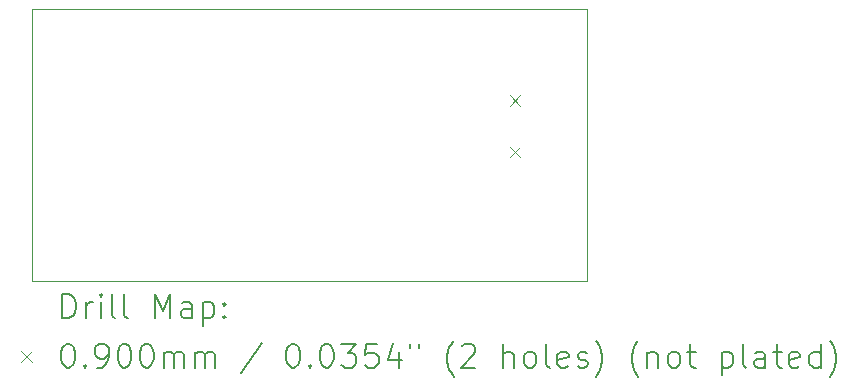
<source format=gbr>
%TF.GenerationSoftware,KiCad,Pcbnew,8.0.6*%
%TF.CreationDate,2025-02-16T10:37:55+01:00*%
%TF.ProjectId,USBTempLogger,55534254-656d-4704-9c6f-676765722e6b,rev?*%
%TF.SameCoordinates,Original*%
%TF.FileFunction,Drillmap*%
%TF.FilePolarity,Positive*%
%FSLAX45Y45*%
G04 Gerber Fmt 4.5, Leading zero omitted, Abs format (unit mm)*
G04 Created by KiCad (PCBNEW 8.0.6) date 2025-02-16 10:37:55*
%MOMM*%
%LPD*%
G01*
G04 APERTURE LIST*
%ADD10C,0.050000*%
%ADD11C,0.200000*%
%ADD12C,0.100000*%
G04 APERTURE END LIST*
D10*
X13700000Y-8500000D02*
X18400000Y-8500000D01*
X18400000Y-10800000D01*
X13700000Y-10800000D01*
X13700000Y-8500000D01*
D11*
D12*
X17745000Y-9225000D02*
X17835000Y-9315000D01*
X17835000Y-9225000D02*
X17745000Y-9315000D01*
X17745000Y-9665000D02*
X17835000Y-9755000D01*
X17835000Y-9665000D02*
X17745000Y-9755000D01*
D11*
X13958277Y-11113984D02*
X13958277Y-10913984D01*
X13958277Y-10913984D02*
X14005896Y-10913984D01*
X14005896Y-10913984D02*
X14034467Y-10923508D01*
X14034467Y-10923508D02*
X14053515Y-10942555D01*
X14053515Y-10942555D02*
X14063039Y-10961603D01*
X14063039Y-10961603D02*
X14072562Y-10999698D01*
X14072562Y-10999698D02*
X14072562Y-11028270D01*
X14072562Y-11028270D02*
X14063039Y-11066365D01*
X14063039Y-11066365D02*
X14053515Y-11085412D01*
X14053515Y-11085412D02*
X14034467Y-11104460D01*
X14034467Y-11104460D02*
X14005896Y-11113984D01*
X14005896Y-11113984D02*
X13958277Y-11113984D01*
X14158277Y-11113984D02*
X14158277Y-10980650D01*
X14158277Y-11018746D02*
X14167801Y-10999698D01*
X14167801Y-10999698D02*
X14177324Y-10990174D01*
X14177324Y-10990174D02*
X14196372Y-10980650D01*
X14196372Y-10980650D02*
X14215420Y-10980650D01*
X14282086Y-11113984D02*
X14282086Y-10980650D01*
X14282086Y-10913984D02*
X14272562Y-10923508D01*
X14272562Y-10923508D02*
X14282086Y-10933031D01*
X14282086Y-10933031D02*
X14291610Y-10923508D01*
X14291610Y-10923508D02*
X14282086Y-10913984D01*
X14282086Y-10913984D02*
X14282086Y-10933031D01*
X14405896Y-11113984D02*
X14386848Y-11104460D01*
X14386848Y-11104460D02*
X14377324Y-11085412D01*
X14377324Y-11085412D02*
X14377324Y-10913984D01*
X14510658Y-11113984D02*
X14491610Y-11104460D01*
X14491610Y-11104460D02*
X14482086Y-11085412D01*
X14482086Y-11085412D02*
X14482086Y-10913984D01*
X14739229Y-11113984D02*
X14739229Y-10913984D01*
X14739229Y-10913984D02*
X14805896Y-11056841D01*
X14805896Y-11056841D02*
X14872562Y-10913984D01*
X14872562Y-10913984D02*
X14872562Y-11113984D01*
X15053515Y-11113984D02*
X15053515Y-11009222D01*
X15053515Y-11009222D02*
X15043991Y-10990174D01*
X15043991Y-10990174D02*
X15024943Y-10980650D01*
X15024943Y-10980650D02*
X14986848Y-10980650D01*
X14986848Y-10980650D02*
X14967801Y-10990174D01*
X15053515Y-11104460D02*
X15034467Y-11113984D01*
X15034467Y-11113984D02*
X14986848Y-11113984D01*
X14986848Y-11113984D02*
X14967801Y-11104460D01*
X14967801Y-11104460D02*
X14958277Y-11085412D01*
X14958277Y-11085412D02*
X14958277Y-11066365D01*
X14958277Y-11066365D02*
X14967801Y-11047317D01*
X14967801Y-11047317D02*
X14986848Y-11037793D01*
X14986848Y-11037793D02*
X15034467Y-11037793D01*
X15034467Y-11037793D02*
X15053515Y-11028270D01*
X15148753Y-10980650D02*
X15148753Y-11180650D01*
X15148753Y-10990174D02*
X15167801Y-10980650D01*
X15167801Y-10980650D02*
X15205896Y-10980650D01*
X15205896Y-10980650D02*
X15224943Y-10990174D01*
X15224943Y-10990174D02*
X15234467Y-10999698D01*
X15234467Y-10999698D02*
X15243991Y-11018746D01*
X15243991Y-11018746D02*
X15243991Y-11075889D01*
X15243991Y-11075889D02*
X15234467Y-11094936D01*
X15234467Y-11094936D02*
X15224943Y-11104460D01*
X15224943Y-11104460D02*
X15205896Y-11113984D01*
X15205896Y-11113984D02*
X15167801Y-11113984D01*
X15167801Y-11113984D02*
X15148753Y-11104460D01*
X15329705Y-11094936D02*
X15339229Y-11104460D01*
X15339229Y-11104460D02*
X15329705Y-11113984D01*
X15329705Y-11113984D02*
X15320182Y-11104460D01*
X15320182Y-11104460D02*
X15329705Y-11094936D01*
X15329705Y-11094936D02*
X15329705Y-11113984D01*
X15329705Y-10990174D02*
X15339229Y-10999698D01*
X15339229Y-10999698D02*
X15329705Y-11009222D01*
X15329705Y-11009222D02*
X15320182Y-10999698D01*
X15320182Y-10999698D02*
X15329705Y-10990174D01*
X15329705Y-10990174D02*
X15329705Y-11009222D01*
D12*
X13607500Y-11397500D02*
X13697500Y-11487500D01*
X13697500Y-11397500D02*
X13607500Y-11487500D01*
D11*
X13996372Y-11333984D02*
X14015420Y-11333984D01*
X14015420Y-11333984D02*
X14034467Y-11343508D01*
X14034467Y-11343508D02*
X14043991Y-11353031D01*
X14043991Y-11353031D02*
X14053515Y-11372079D01*
X14053515Y-11372079D02*
X14063039Y-11410174D01*
X14063039Y-11410174D02*
X14063039Y-11457793D01*
X14063039Y-11457793D02*
X14053515Y-11495888D01*
X14053515Y-11495888D02*
X14043991Y-11514936D01*
X14043991Y-11514936D02*
X14034467Y-11524460D01*
X14034467Y-11524460D02*
X14015420Y-11533984D01*
X14015420Y-11533984D02*
X13996372Y-11533984D01*
X13996372Y-11533984D02*
X13977324Y-11524460D01*
X13977324Y-11524460D02*
X13967801Y-11514936D01*
X13967801Y-11514936D02*
X13958277Y-11495888D01*
X13958277Y-11495888D02*
X13948753Y-11457793D01*
X13948753Y-11457793D02*
X13948753Y-11410174D01*
X13948753Y-11410174D02*
X13958277Y-11372079D01*
X13958277Y-11372079D02*
X13967801Y-11353031D01*
X13967801Y-11353031D02*
X13977324Y-11343508D01*
X13977324Y-11343508D02*
X13996372Y-11333984D01*
X14148753Y-11514936D02*
X14158277Y-11524460D01*
X14158277Y-11524460D02*
X14148753Y-11533984D01*
X14148753Y-11533984D02*
X14139229Y-11524460D01*
X14139229Y-11524460D02*
X14148753Y-11514936D01*
X14148753Y-11514936D02*
X14148753Y-11533984D01*
X14253515Y-11533984D02*
X14291610Y-11533984D01*
X14291610Y-11533984D02*
X14310658Y-11524460D01*
X14310658Y-11524460D02*
X14320182Y-11514936D01*
X14320182Y-11514936D02*
X14339229Y-11486365D01*
X14339229Y-11486365D02*
X14348753Y-11448269D01*
X14348753Y-11448269D02*
X14348753Y-11372079D01*
X14348753Y-11372079D02*
X14339229Y-11353031D01*
X14339229Y-11353031D02*
X14329705Y-11343508D01*
X14329705Y-11343508D02*
X14310658Y-11333984D01*
X14310658Y-11333984D02*
X14272562Y-11333984D01*
X14272562Y-11333984D02*
X14253515Y-11343508D01*
X14253515Y-11343508D02*
X14243991Y-11353031D01*
X14243991Y-11353031D02*
X14234467Y-11372079D01*
X14234467Y-11372079D02*
X14234467Y-11419698D01*
X14234467Y-11419698D02*
X14243991Y-11438746D01*
X14243991Y-11438746D02*
X14253515Y-11448269D01*
X14253515Y-11448269D02*
X14272562Y-11457793D01*
X14272562Y-11457793D02*
X14310658Y-11457793D01*
X14310658Y-11457793D02*
X14329705Y-11448269D01*
X14329705Y-11448269D02*
X14339229Y-11438746D01*
X14339229Y-11438746D02*
X14348753Y-11419698D01*
X14472562Y-11333984D02*
X14491610Y-11333984D01*
X14491610Y-11333984D02*
X14510658Y-11343508D01*
X14510658Y-11343508D02*
X14520182Y-11353031D01*
X14520182Y-11353031D02*
X14529705Y-11372079D01*
X14529705Y-11372079D02*
X14539229Y-11410174D01*
X14539229Y-11410174D02*
X14539229Y-11457793D01*
X14539229Y-11457793D02*
X14529705Y-11495888D01*
X14529705Y-11495888D02*
X14520182Y-11514936D01*
X14520182Y-11514936D02*
X14510658Y-11524460D01*
X14510658Y-11524460D02*
X14491610Y-11533984D01*
X14491610Y-11533984D02*
X14472562Y-11533984D01*
X14472562Y-11533984D02*
X14453515Y-11524460D01*
X14453515Y-11524460D02*
X14443991Y-11514936D01*
X14443991Y-11514936D02*
X14434467Y-11495888D01*
X14434467Y-11495888D02*
X14424943Y-11457793D01*
X14424943Y-11457793D02*
X14424943Y-11410174D01*
X14424943Y-11410174D02*
X14434467Y-11372079D01*
X14434467Y-11372079D02*
X14443991Y-11353031D01*
X14443991Y-11353031D02*
X14453515Y-11343508D01*
X14453515Y-11343508D02*
X14472562Y-11333984D01*
X14663039Y-11333984D02*
X14682086Y-11333984D01*
X14682086Y-11333984D02*
X14701134Y-11343508D01*
X14701134Y-11343508D02*
X14710658Y-11353031D01*
X14710658Y-11353031D02*
X14720182Y-11372079D01*
X14720182Y-11372079D02*
X14729705Y-11410174D01*
X14729705Y-11410174D02*
X14729705Y-11457793D01*
X14729705Y-11457793D02*
X14720182Y-11495888D01*
X14720182Y-11495888D02*
X14710658Y-11514936D01*
X14710658Y-11514936D02*
X14701134Y-11524460D01*
X14701134Y-11524460D02*
X14682086Y-11533984D01*
X14682086Y-11533984D02*
X14663039Y-11533984D01*
X14663039Y-11533984D02*
X14643991Y-11524460D01*
X14643991Y-11524460D02*
X14634467Y-11514936D01*
X14634467Y-11514936D02*
X14624943Y-11495888D01*
X14624943Y-11495888D02*
X14615420Y-11457793D01*
X14615420Y-11457793D02*
X14615420Y-11410174D01*
X14615420Y-11410174D02*
X14624943Y-11372079D01*
X14624943Y-11372079D02*
X14634467Y-11353031D01*
X14634467Y-11353031D02*
X14643991Y-11343508D01*
X14643991Y-11343508D02*
X14663039Y-11333984D01*
X14815420Y-11533984D02*
X14815420Y-11400650D01*
X14815420Y-11419698D02*
X14824943Y-11410174D01*
X14824943Y-11410174D02*
X14843991Y-11400650D01*
X14843991Y-11400650D02*
X14872563Y-11400650D01*
X14872563Y-11400650D02*
X14891610Y-11410174D01*
X14891610Y-11410174D02*
X14901134Y-11429222D01*
X14901134Y-11429222D02*
X14901134Y-11533984D01*
X14901134Y-11429222D02*
X14910658Y-11410174D01*
X14910658Y-11410174D02*
X14929705Y-11400650D01*
X14929705Y-11400650D02*
X14958277Y-11400650D01*
X14958277Y-11400650D02*
X14977324Y-11410174D01*
X14977324Y-11410174D02*
X14986848Y-11429222D01*
X14986848Y-11429222D02*
X14986848Y-11533984D01*
X15082086Y-11533984D02*
X15082086Y-11400650D01*
X15082086Y-11419698D02*
X15091610Y-11410174D01*
X15091610Y-11410174D02*
X15110658Y-11400650D01*
X15110658Y-11400650D02*
X15139229Y-11400650D01*
X15139229Y-11400650D02*
X15158277Y-11410174D01*
X15158277Y-11410174D02*
X15167801Y-11429222D01*
X15167801Y-11429222D02*
X15167801Y-11533984D01*
X15167801Y-11429222D02*
X15177324Y-11410174D01*
X15177324Y-11410174D02*
X15196372Y-11400650D01*
X15196372Y-11400650D02*
X15224943Y-11400650D01*
X15224943Y-11400650D02*
X15243991Y-11410174D01*
X15243991Y-11410174D02*
X15253515Y-11429222D01*
X15253515Y-11429222D02*
X15253515Y-11533984D01*
X15643991Y-11324460D02*
X15472563Y-11581603D01*
X15901134Y-11333984D02*
X15920182Y-11333984D01*
X15920182Y-11333984D02*
X15939229Y-11343508D01*
X15939229Y-11343508D02*
X15948753Y-11353031D01*
X15948753Y-11353031D02*
X15958277Y-11372079D01*
X15958277Y-11372079D02*
X15967801Y-11410174D01*
X15967801Y-11410174D02*
X15967801Y-11457793D01*
X15967801Y-11457793D02*
X15958277Y-11495888D01*
X15958277Y-11495888D02*
X15948753Y-11514936D01*
X15948753Y-11514936D02*
X15939229Y-11524460D01*
X15939229Y-11524460D02*
X15920182Y-11533984D01*
X15920182Y-11533984D02*
X15901134Y-11533984D01*
X15901134Y-11533984D02*
X15882086Y-11524460D01*
X15882086Y-11524460D02*
X15872563Y-11514936D01*
X15872563Y-11514936D02*
X15863039Y-11495888D01*
X15863039Y-11495888D02*
X15853515Y-11457793D01*
X15853515Y-11457793D02*
X15853515Y-11410174D01*
X15853515Y-11410174D02*
X15863039Y-11372079D01*
X15863039Y-11372079D02*
X15872563Y-11353031D01*
X15872563Y-11353031D02*
X15882086Y-11343508D01*
X15882086Y-11343508D02*
X15901134Y-11333984D01*
X16053515Y-11514936D02*
X16063039Y-11524460D01*
X16063039Y-11524460D02*
X16053515Y-11533984D01*
X16053515Y-11533984D02*
X16043991Y-11524460D01*
X16043991Y-11524460D02*
X16053515Y-11514936D01*
X16053515Y-11514936D02*
X16053515Y-11533984D01*
X16186848Y-11333984D02*
X16205896Y-11333984D01*
X16205896Y-11333984D02*
X16224944Y-11343508D01*
X16224944Y-11343508D02*
X16234467Y-11353031D01*
X16234467Y-11353031D02*
X16243991Y-11372079D01*
X16243991Y-11372079D02*
X16253515Y-11410174D01*
X16253515Y-11410174D02*
X16253515Y-11457793D01*
X16253515Y-11457793D02*
X16243991Y-11495888D01*
X16243991Y-11495888D02*
X16234467Y-11514936D01*
X16234467Y-11514936D02*
X16224944Y-11524460D01*
X16224944Y-11524460D02*
X16205896Y-11533984D01*
X16205896Y-11533984D02*
X16186848Y-11533984D01*
X16186848Y-11533984D02*
X16167801Y-11524460D01*
X16167801Y-11524460D02*
X16158277Y-11514936D01*
X16158277Y-11514936D02*
X16148753Y-11495888D01*
X16148753Y-11495888D02*
X16139229Y-11457793D01*
X16139229Y-11457793D02*
X16139229Y-11410174D01*
X16139229Y-11410174D02*
X16148753Y-11372079D01*
X16148753Y-11372079D02*
X16158277Y-11353031D01*
X16158277Y-11353031D02*
X16167801Y-11343508D01*
X16167801Y-11343508D02*
X16186848Y-11333984D01*
X16320182Y-11333984D02*
X16443991Y-11333984D01*
X16443991Y-11333984D02*
X16377325Y-11410174D01*
X16377325Y-11410174D02*
X16405896Y-11410174D01*
X16405896Y-11410174D02*
X16424944Y-11419698D01*
X16424944Y-11419698D02*
X16434467Y-11429222D01*
X16434467Y-11429222D02*
X16443991Y-11448269D01*
X16443991Y-11448269D02*
X16443991Y-11495888D01*
X16443991Y-11495888D02*
X16434467Y-11514936D01*
X16434467Y-11514936D02*
X16424944Y-11524460D01*
X16424944Y-11524460D02*
X16405896Y-11533984D01*
X16405896Y-11533984D02*
X16348753Y-11533984D01*
X16348753Y-11533984D02*
X16329706Y-11524460D01*
X16329706Y-11524460D02*
X16320182Y-11514936D01*
X16624944Y-11333984D02*
X16529706Y-11333984D01*
X16529706Y-11333984D02*
X16520182Y-11429222D01*
X16520182Y-11429222D02*
X16529706Y-11419698D01*
X16529706Y-11419698D02*
X16548753Y-11410174D01*
X16548753Y-11410174D02*
X16596372Y-11410174D01*
X16596372Y-11410174D02*
X16615420Y-11419698D01*
X16615420Y-11419698D02*
X16624944Y-11429222D01*
X16624944Y-11429222D02*
X16634467Y-11448269D01*
X16634467Y-11448269D02*
X16634467Y-11495888D01*
X16634467Y-11495888D02*
X16624944Y-11514936D01*
X16624944Y-11514936D02*
X16615420Y-11524460D01*
X16615420Y-11524460D02*
X16596372Y-11533984D01*
X16596372Y-11533984D02*
X16548753Y-11533984D01*
X16548753Y-11533984D02*
X16529706Y-11524460D01*
X16529706Y-11524460D02*
X16520182Y-11514936D01*
X16805896Y-11400650D02*
X16805896Y-11533984D01*
X16758277Y-11324460D02*
X16710658Y-11467317D01*
X16710658Y-11467317D02*
X16834468Y-11467317D01*
X16901134Y-11333984D02*
X16901134Y-11372079D01*
X16977325Y-11333984D02*
X16977325Y-11372079D01*
X17272563Y-11610174D02*
X17263039Y-11600650D01*
X17263039Y-11600650D02*
X17243991Y-11572079D01*
X17243991Y-11572079D02*
X17234468Y-11553031D01*
X17234468Y-11553031D02*
X17224944Y-11524460D01*
X17224944Y-11524460D02*
X17215420Y-11476841D01*
X17215420Y-11476841D02*
X17215420Y-11438746D01*
X17215420Y-11438746D02*
X17224944Y-11391127D01*
X17224944Y-11391127D02*
X17234468Y-11362555D01*
X17234468Y-11362555D02*
X17243991Y-11343508D01*
X17243991Y-11343508D02*
X17263039Y-11314936D01*
X17263039Y-11314936D02*
X17272563Y-11305412D01*
X17339230Y-11353031D02*
X17348753Y-11343508D01*
X17348753Y-11343508D02*
X17367801Y-11333984D01*
X17367801Y-11333984D02*
X17415420Y-11333984D01*
X17415420Y-11333984D02*
X17434468Y-11343508D01*
X17434468Y-11343508D02*
X17443991Y-11353031D01*
X17443991Y-11353031D02*
X17453515Y-11372079D01*
X17453515Y-11372079D02*
X17453515Y-11391127D01*
X17453515Y-11391127D02*
X17443991Y-11419698D01*
X17443991Y-11419698D02*
X17329706Y-11533984D01*
X17329706Y-11533984D02*
X17453515Y-11533984D01*
X17691611Y-11533984D02*
X17691611Y-11333984D01*
X17777325Y-11533984D02*
X17777325Y-11429222D01*
X17777325Y-11429222D02*
X17767801Y-11410174D01*
X17767801Y-11410174D02*
X17748753Y-11400650D01*
X17748753Y-11400650D02*
X17720182Y-11400650D01*
X17720182Y-11400650D02*
X17701134Y-11410174D01*
X17701134Y-11410174D02*
X17691611Y-11419698D01*
X17901134Y-11533984D02*
X17882087Y-11524460D01*
X17882087Y-11524460D02*
X17872563Y-11514936D01*
X17872563Y-11514936D02*
X17863039Y-11495888D01*
X17863039Y-11495888D02*
X17863039Y-11438746D01*
X17863039Y-11438746D02*
X17872563Y-11419698D01*
X17872563Y-11419698D02*
X17882087Y-11410174D01*
X17882087Y-11410174D02*
X17901134Y-11400650D01*
X17901134Y-11400650D02*
X17929706Y-11400650D01*
X17929706Y-11400650D02*
X17948753Y-11410174D01*
X17948753Y-11410174D02*
X17958277Y-11419698D01*
X17958277Y-11419698D02*
X17967801Y-11438746D01*
X17967801Y-11438746D02*
X17967801Y-11495888D01*
X17967801Y-11495888D02*
X17958277Y-11514936D01*
X17958277Y-11514936D02*
X17948753Y-11524460D01*
X17948753Y-11524460D02*
X17929706Y-11533984D01*
X17929706Y-11533984D02*
X17901134Y-11533984D01*
X18082087Y-11533984D02*
X18063039Y-11524460D01*
X18063039Y-11524460D02*
X18053515Y-11505412D01*
X18053515Y-11505412D02*
X18053515Y-11333984D01*
X18234468Y-11524460D02*
X18215420Y-11533984D01*
X18215420Y-11533984D02*
X18177325Y-11533984D01*
X18177325Y-11533984D02*
X18158277Y-11524460D01*
X18158277Y-11524460D02*
X18148753Y-11505412D01*
X18148753Y-11505412D02*
X18148753Y-11429222D01*
X18148753Y-11429222D02*
X18158277Y-11410174D01*
X18158277Y-11410174D02*
X18177325Y-11400650D01*
X18177325Y-11400650D02*
X18215420Y-11400650D01*
X18215420Y-11400650D02*
X18234468Y-11410174D01*
X18234468Y-11410174D02*
X18243992Y-11429222D01*
X18243992Y-11429222D02*
X18243992Y-11448269D01*
X18243992Y-11448269D02*
X18148753Y-11467317D01*
X18320182Y-11524460D02*
X18339230Y-11533984D01*
X18339230Y-11533984D02*
X18377325Y-11533984D01*
X18377325Y-11533984D02*
X18396373Y-11524460D01*
X18396373Y-11524460D02*
X18405896Y-11505412D01*
X18405896Y-11505412D02*
X18405896Y-11495888D01*
X18405896Y-11495888D02*
X18396373Y-11476841D01*
X18396373Y-11476841D02*
X18377325Y-11467317D01*
X18377325Y-11467317D02*
X18348753Y-11467317D01*
X18348753Y-11467317D02*
X18329706Y-11457793D01*
X18329706Y-11457793D02*
X18320182Y-11438746D01*
X18320182Y-11438746D02*
X18320182Y-11429222D01*
X18320182Y-11429222D02*
X18329706Y-11410174D01*
X18329706Y-11410174D02*
X18348753Y-11400650D01*
X18348753Y-11400650D02*
X18377325Y-11400650D01*
X18377325Y-11400650D02*
X18396373Y-11410174D01*
X18472563Y-11610174D02*
X18482087Y-11600650D01*
X18482087Y-11600650D02*
X18501134Y-11572079D01*
X18501134Y-11572079D02*
X18510658Y-11553031D01*
X18510658Y-11553031D02*
X18520182Y-11524460D01*
X18520182Y-11524460D02*
X18529706Y-11476841D01*
X18529706Y-11476841D02*
X18529706Y-11438746D01*
X18529706Y-11438746D02*
X18520182Y-11391127D01*
X18520182Y-11391127D02*
X18510658Y-11362555D01*
X18510658Y-11362555D02*
X18501134Y-11343508D01*
X18501134Y-11343508D02*
X18482087Y-11314936D01*
X18482087Y-11314936D02*
X18472563Y-11305412D01*
X18834468Y-11610174D02*
X18824944Y-11600650D01*
X18824944Y-11600650D02*
X18805896Y-11572079D01*
X18805896Y-11572079D02*
X18796373Y-11553031D01*
X18796373Y-11553031D02*
X18786849Y-11524460D01*
X18786849Y-11524460D02*
X18777325Y-11476841D01*
X18777325Y-11476841D02*
X18777325Y-11438746D01*
X18777325Y-11438746D02*
X18786849Y-11391127D01*
X18786849Y-11391127D02*
X18796373Y-11362555D01*
X18796373Y-11362555D02*
X18805896Y-11343508D01*
X18805896Y-11343508D02*
X18824944Y-11314936D01*
X18824944Y-11314936D02*
X18834468Y-11305412D01*
X18910658Y-11400650D02*
X18910658Y-11533984D01*
X18910658Y-11419698D02*
X18920182Y-11410174D01*
X18920182Y-11410174D02*
X18939230Y-11400650D01*
X18939230Y-11400650D02*
X18967801Y-11400650D01*
X18967801Y-11400650D02*
X18986849Y-11410174D01*
X18986849Y-11410174D02*
X18996373Y-11429222D01*
X18996373Y-11429222D02*
X18996373Y-11533984D01*
X19120182Y-11533984D02*
X19101134Y-11524460D01*
X19101134Y-11524460D02*
X19091611Y-11514936D01*
X19091611Y-11514936D02*
X19082087Y-11495888D01*
X19082087Y-11495888D02*
X19082087Y-11438746D01*
X19082087Y-11438746D02*
X19091611Y-11419698D01*
X19091611Y-11419698D02*
X19101134Y-11410174D01*
X19101134Y-11410174D02*
X19120182Y-11400650D01*
X19120182Y-11400650D02*
X19148754Y-11400650D01*
X19148754Y-11400650D02*
X19167801Y-11410174D01*
X19167801Y-11410174D02*
X19177325Y-11419698D01*
X19177325Y-11419698D02*
X19186849Y-11438746D01*
X19186849Y-11438746D02*
X19186849Y-11495888D01*
X19186849Y-11495888D02*
X19177325Y-11514936D01*
X19177325Y-11514936D02*
X19167801Y-11524460D01*
X19167801Y-11524460D02*
X19148754Y-11533984D01*
X19148754Y-11533984D02*
X19120182Y-11533984D01*
X19243992Y-11400650D02*
X19320182Y-11400650D01*
X19272563Y-11333984D02*
X19272563Y-11505412D01*
X19272563Y-11505412D02*
X19282087Y-11524460D01*
X19282087Y-11524460D02*
X19301134Y-11533984D01*
X19301134Y-11533984D02*
X19320182Y-11533984D01*
X19539230Y-11400650D02*
X19539230Y-11600650D01*
X19539230Y-11410174D02*
X19558277Y-11400650D01*
X19558277Y-11400650D02*
X19596373Y-11400650D01*
X19596373Y-11400650D02*
X19615420Y-11410174D01*
X19615420Y-11410174D02*
X19624944Y-11419698D01*
X19624944Y-11419698D02*
X19634468Y-11438746D01*
X19634468Y-11438746D02*
X19634468Y-11495888D01*
X19634468Y-11495888D02*
X19624944Y-11514936D01*
X19624944Y-11514936D02*
X19615420Y-11524460D01*
X19615420Y-11524460D02*
X19596373Y-11533984D01*
X19596373Y-11533984D02*
X19558277Y-11533984D01*
X19558277Y-11533984D02*
X19539230Y-11524460D01*
X19748754Y-11533984D02*
X19729706Y-11524460D01*
X19729706Y-11524460D02*
X19720182Y-11505412D01*
X19720182Y-11505412D02*
X19720182Y-11333984D01*
X19910658Y-11533984D02*
X19910658Y-11429222D01*
X19910658Y-11429222D02*
X19901135Y-11410174D01*
X19901135Y-11410174D02*
X19882087Y-11400650D01*
X19882087Y-11400650D02*
X19843992Y-11400650D01*
X19843992Y-11400650D02*
X19824944Y-11410174D01*
X19910658Y-11524460D02*
X19891611Y-11533984D01*
X19891611Y-11533984D02*
X19843992Y-11533984D01*
X19843992Y-11533984D02*
X19824944Y-11524460D01*
X19824944Y-11524460D02*
X19815420Y-11505412D01*
X19815420Y-11505412D02*
X19815420Y-11486365D01*
X19815420Y-11486365D02*
X19824944Y-11467317D01*
X19824944Y-11467317D02*
X19843992Y-11457793D01*
X19843992Y-11457793D02*
X19891611Y-11457793D01*
X19891611Y-11457793D02*
X19910658Y-11448269D01*
X19977325Y-11400650D02*
X20053515Y-11400650D01*
X20005896Y-11333984D02*
X20005896Y-11505412D01*
X20005896Y-11505412D02*
X20015420Y-11524460D01*
X20015420Y-11524460D02*
X20034468Y-11533984D01*
X20034468Y-11533984D02*
X20053515Y-11533984D01*
X20196373Y-11524460D02*
X20177325Y-11533984D01*
X20177325Y-11533984D02*
X20139230Y-11533984D01*
X20139230Y-11533984D02*
X20120182Y-11524460D01*
X20120182Y-11524460D02*
X20110658Y-11505412D01*
X20110658Y-11505412D02*
X20110658Y-11429222D01*
X20110658Y-11429222D02*
X20120182Y-11410174D01*
X20120182Y-11410174D02*
X20139230Y-11400650D01*
X20139230Y-11400650D02*
X20177325Y-11400650D01*
X20177325Y-11400650D02*
X20196373Y-11410174D01*
X20196373Y-11410174D02*
X20205896Y-11429222D01*
X20205896Y-11429222D02*
X20205896Y-11448269D01*
X20205896Y-11448269D02*
X20110658Y-11467317D01*
X20377325Y-11533984D02*
X20377325Y-11333984D01*
X20377325Y-11524460D02*
X20358277Y-11533984D01*
X20358277Y-11533984D02*
X20320182Y-11533984D01*
X20320182Y-11533984D02*
X20301135Y-11524460D01*
X20301135Y-11524460D02*
X20291611Y-11514936D01*
X20291611Y-11514936D02*
X20282087Y-11495888D01*
X20282087Y-11495888D02*
X20282087Y-11438746D01*
X20282087Y-11438746D02*
X20291611Y-11419698D01*
X20291611Y-11419698D02*
X20301135Y-11410174D01*
X20301135Y-11410174D02*
X20320182Y-11400650D01*
X20320182Y-11400650D02*
X20358277Y-11400650D01*
X20358277Y-11400650D02*
X20377325Y-11410174D01*
X20453516Y-11610174D02*
X20463039Y-11600650D01*
X20463039Y-11600650D02*
X20482087Y-11572079D01*
X20482087Y-11572079D02*
X20491611Y-11553031D01*
X20491611Y-11553031D02*
X20501135Y-11524460D01*
X20501135Y-11524460D02*
X20510658Y-11476841D01*
X20510658Y-11476841D02*
X20510658Y-11438746D01*
X20510658Y-11438746D02*
X20501135Y-11391127D01*
X20501135Y-11391127D02*
X20491611Y-11362555D01*
X20491611Y-11362555D02*
X20482087Y-11343508D01*
X20482087Y-11343508D02*
X20463039Y-11314936D01*
X20463039Y-11314936D02*
X20453516Y-11305412D01*
M02*

</source>
